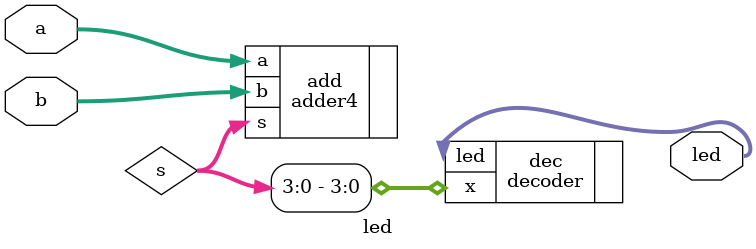
<source format=v>
module led (input [3:0] a, input [3:0] b, output [6:0] led);
    wire [4:0] s;
    adder4 add(.a(a), .b(b), .s(s));
    decoder dec(.x(s[3:0]), .led(led));
endmodule

</source>
